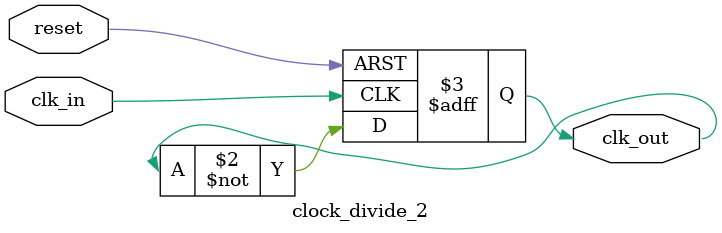
<source format=v>
`timescale 1ns / 100ps

module clock_divide_2 (
	input clk_in, reset, 
  	output reg clk_out
);
  
  always @(posedge clk_in or posedge reset) begin
    
    if (reset) clk_out <= 0;
    else clk_out <= ~clk_out;
    
  end
  
endmodule

</source>
